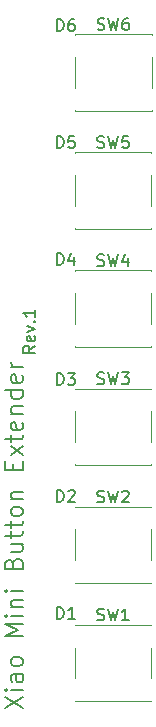
<source format=gto>
G04 #@! TF.GenerationSoftware,KiCad,Pcbnew,5.1.9+dfsg1-1*
G04 #@! TF.CreationDate,2022-11-10T16:00:35+09:00*
G04 #@! TF.ProjectId,esp32-button,65737033-322d-4627-9574-746f6e2e6b69,rev?*
G04 #@! TF.SameCoordinates,Original*
G04 #@! TF.FileFunction,Legend,Top*
G04 #@! TF.FilePolarity,Positive*
%FSLAX46Y46*%
G04 Gerber Fmt 4.6, Leading zero omitted, Abs format (unit mm)*
G04 Created by KiCad (PCBNEW 5.1.9+dfsg1-1) date 2022-11-10 16:00:35*
%MOMM*%
%LPD*%
G01*
G04 APERTURE LIST*
%ADD10C,0.150000*%
%ADD11C,0.200000*%
%ADD12C,0.120000*%
%ADD13R,1.550000X1.300000*%
G04 APERTURE END LIST*
D10*
X137358380Y-92908285D02*
X136882190Y-93241619D01*
X137358380Y-93479714D02*
X136358380Y-93479714D01*
X136358380Y-93098761D01*
X136406000Y-93003523D01*
X136453619Y-92955904D01*
X136548857Y-92908285D01*
X136691714Y-92908285D01*
X136786952Y-92955904D01*
X136834571Y-93003523D01*
X136882190Y-93098761D01*
X136882190Y-93479714D01*
X137310761Y-92098761D02*
X137358380Y-92194000D01*
X137358380Y-92384476D01*
X137310761Y-92479714D01*
X137215523Y-92527333D01*
X136834571Y-92527333D01*
X136739333Y-92479714D01*
X136691714Y-92384476D01*
X136691714Y-92194000D01*
X136739333Y-92098761D01*
X136834571Y-92051142D01*
X136929809Y-92051142D01*
X137025047Y-92527333D01*
X136691714Y-91717809D02*
X137358380Y-91479714D01*
X136691714Y-91241619D01*
X137263142Y-90860666D02*
X137310761Y-90813047D01*
X137358380Y-90860666D01*
X137310761Y-90908285D01*
X137263142Y-90860666D01*
X137358380Y-90860666D01*
X137358380Y-89860666D02*
X137358380Y-90432095D01*
X137358380Y-90146380D02*
X136358380Y-90146380D01*
X136501238Y-90241619D01*
X136596476Y-90336857D01*
X136644095Y-90432095D01*
D11*
X134814571Y-123608857D02*
X136314571Y-122608857D01*
X134814571Y-122608857D02*
X136314571Y-123608857D01*
X136314571Y-122037428D02*
X135314571Y-122037428D01*
X134814571Y-122037428D02*
X134886000Y-122108857D01*
X134957428Y-122037428D01*
X134886000Y-121966000D01*
X134814571Y-122037428D01*
X134957428Y-122037428D01*
X136314571Y-120680285D02*
X135528857Y-120680285D01*
X135386000Y-120751714D01*
X135314571Y-120894571D01*
X135314571Y-121180285D01*
X135386000Y-121323142D01*
X136243142Y-120680285D02*
X136314571Y-120823142D01*
X136314571Y-121180285D01*
X136243142Y-121323142D01*
X136100285Y-121394571D01*
X135957428Y-121394571D01*
X135814571Y-121323142D01*
X135743142Y-121180285D01*
X135743142Y-120823142D01*
X135671714Y-120680285D01*
X136314571Y-119751714D02*
X136243142Y-119894571D01*
X136171714Y-119966000D01*
X136028857Y-120037428D01*
X135600285Y-120037428D01*
X135457428Y-119966000D01*
X135386000Y-119894571D01*
X135314571Y-119751714D01*
X135314571Y-119537428D01*
X135386000Y-119394571D01*
X135457428Y-119323142D01*
X135600285Y-119251714D01*
X136028857Y-119251714D01*
X136171714Y-119323142D01*
X136243142Y-119394571D01*
X136314571Y-119537428D01*
X136314571Y-119751714D01*
X136314571Y-117466000D02*
X134814571Y-117466000D01*
X135886000Y-116966000D01*
X134814571Y-116466000D01*
X136314571Y-116466000D01*
X136314571Y-115751714D02*
X135314571Y-115751714D01*
X134814571Y-115751714D02*
X134886000Y-115823142D01*
X134957428Y-115751714D01*
X134886000Y-115680285D01*
X134814571Y-115751714D01*
X134957428Y-115751714D01*
X135314571Y-115037428D02*
X136314571Y-115037428D01*
X135457428Y-115037428D02*
X135386000Y-114966000D01*
X135314571Y-114823142D01*
X135314571Y-114608857D01*
X135386000Y-114466000D01*
X135528857Y-114394571D01*
X136314571Y-114394571D01*
X136314571Y-113680285D02*
X135314571Y-113680285D01*
X134814571Y-113680285D02*
X134886000Y-113751714D01*
X134957428Y-113680285D01*
X134886000Y-113608857D01*
X134814571Y-113680285D01*
X134957428Y-113680285D01*
X135528857Y-111323142D02*
X135600285Y-111108857D01*
X135671714Y-111037428D01*
X135814571Y-110966000D01*
X136028857Y-110966000D01*
X136171714Y-111037428D01*
X136243142Y-111108857D01*
X136314571Y-111251714D01*
X136314571Y-111823142D01*
X134814571Y-111823142D01*
X134814571Y-111323142D01*
X134886000Y-111180285D01*
X134957428Y-111108857D01*
X135100285Y-111037428D01*
X135243142Y-111037428D01*
X135386000Y-111108857D01*
X135457428Y-111180285D01*
X135528857Y-111323142D01*
X135528857Y-111823142D01*
X135314571Y-109680285D02*
X136314571Y-109680285D01*
X135314571Y-110323142D02*
X136100285Y-110323142D01*
X136243142Y-110251714D01*
X136314571Y-110108857D01*
X136314571Y-109894571D01*
X136243142Y-109751714D01*
X136171714Y-109680285D01*
X135314571Y-109180285D02*
X135314571Y-108608857D01*
X134814571Y-108966000D02*
X136100285Y-108966000D01*
X136243142Y-108894571D01*
X136314571Y-108751714D01*
X136314571Y-108608857D01*
X135314571Y-108323142D02*
X135314571Y-107751714D01*
X134814571Y-108108857D02*
X136100285Y-108108857D01*
X136243142Y-108037428D01*
X136314571Y-107894571D01*
X136314571Y-107751714D01*
X136314571Y-107037428D02*
X136243142Y-107180285D01*
X136171714Y-107251714D01*
X136028857Y-107323142D01*
X135600285Y-107323142D01*
X135457428Y-107251714D01*
X135386000Y-107180285D01*
X135314571Y-107037428D01*
X135314571Y-106823142D01*
X135386000Y-106680285D01*
X135457428Y-106608857D01*
X135600285Y-106537428D01*
X136028857Y-106537428D01*
X136171714Y-106608857D01*
X136243142Y-106680285D01*
X136314571Y-106823142D01*
X136314571Y-107037428D01*
X135314571Y-105894571D02*
X136314571Y-105894571D01*
X135457428Y-105894571D02*
X135386000Y-105823142D01*
X135314571Y-105680285D01*
X135314571Y-105466000D01*
X135386000Y-105323142D01*
X135528857Y-105251714D01*
X136314571Y-105251714D01*
X135528857Y-103394571D02*
X135528857Y-102894571D01*
X136314571Y-102680285D02*
X136314571Y-103394571D01*
X134814571Y-103394571D01*
X134814571Y-102680285D01*
X136314571Y-102180285D02*
X135314571Y-101394571D01*
X135314571Y-102180285D02*
X136314571Y-101394571D01*
X135314571Y-101037428D02*
X135314571Y-100466000D01*
X134814571Y-100823142D02*
X136100285Y-100823142D01*
X136243142Y-100751714D01*
X136314571Y-100608857D01*
X136314571Y-100466000D01*
X136243142Y-99394571D02*
X136314571Y-99537428D01*
X136314571Y-99823142D01*
X136243142Y-99966000D01*
X136100285Y-100037428D01*
X135528857Y-100037428D01*
X135386000Y-99966000D01*
X135314571Y-99823142D01*
X135314571Y-99537428D01*
X135386000Y-99394571D01*
X135528857Y-99323142D01*
X135671714Y-99323142D01*
X135814571Y-100037428D01*
X135314571Y-98680285D02*
X136314571Y-98680285D01*
X135457428Y-98680285D02*
X135386000Y-98608857D01*
X135314571Y-98466000D01*
X135314571Y-98251714D01*
X135386000Y-98108857D01*
X135528857Y-98037428D01*
X136314571Y-98037428D01*
X136314571Y-96680285D02*
X134814571Y-96680285D01*
X136243142Y-96680285D02*
X136314571Y-96823142D01*
X136314571Y-97108857D01*
X136243142Y-97251714D01*
X136171714Y-97323142D01*
X136028857Y-97394571D01*
X135600285Y-97394571D01*
X135457428Y-97323142D01*
X135386000Y-97251714D01*
X135314571Y-97108857D01*
X135314571Y-96823142D01*
X135386000Y-96680285D01*
X136243142Y-95394571D02*
X136314571Y-95537428D01*
X136314571Y-95823142D01*
X136243142Y-95966000D01*
X136100285Y-96037428D01*
X135528857Y-96037428D01*
X135386000Y-95966000D01*
X135314571Y-95823142D01*
X135314571Y-95537428D01*
X135386000Y-95394571D01*
X135528857Y-95323142D01*
X135671714Y-95323142D01*
X135814571Y-96037428D01*
X136314571Y-94680285D02*
X135314571Y-94680285D01*
X135600285Y-94680285D02*
X135457428Y-94608857D01*
X135386000Y-94537428D01*
X135314571Y-94394571D01*
X135314571Y-94251714D01*
D10*
X139215904Y-66238380D02*
X139215904Y-65238380D01*
X139454000Y-65238380D01*
X139596857Y-65286000D01*
X139692095Y-65381238D01*
X139739714Y-65476476D01*
X139787333Y-65666952D01*
X139787333Y-65809809D01*
X139739714Y-66000285D01*
X139692095Y-66095523D01*
X139596857Y-66190761D01*
X139454000Y-66238380D01*
X139215904Y-66238380D01*
X140644476Y-65238380D02*
X140454000Y-65238380D01*
X140358761Y-65286000D01*
X140311142Y-65333619D01*
X140215904Y-65476476D01*
X140168285Y-65666952D01*
X140168285Y-66047904D01*
X140215904Y-66143142D01*
X140263523Y-66190761D01*
X140358761Y-66238380D01*
X140549238Y-66238380D01*
X140644476Y-66190761D01*
X140692095Y-66143142D01*
X140739714Y-66047904D01*
X140739714Y-65809809D01*
X140692095Y-65714571D01*
X140644476Y-65666952D01*
X140549238Y-65619333D01*
X140358761Y-65619333D01*
X140263523Y-65666952D01*
X140215904Y-65714571D01*
X140168285Y-65809809D01*
X139215904Y-76144380D02*
X139215904Y-75144380D01*
X139454000Y-75144380D01*
X139596857Y-75192000D01*
X139692095Y-75287238D01*
X139739714Y-75382476D01*
X139787333Y-75572952D01*
X139787333Y-75715809D01*
X139739714Y-75906285D01*
X139692095Y-76001523D01*
X139596857Y-76096761D01*
X139454000Y-76144380D01*
X139215904Y-76144380D01*
X140692095Y-75144380D02*
X140215904Y-75144380D01*
X140168285Y-75620571D01*
X140215904Y-75572952D01*
X140311142Y-75525333D01*
X140549238Y-75525333D01*
X140644476Y-75572952D01*
X140692095Y-75620571D01*
X140739714Y-75715809D01*
X140739714Y-75953904D01*
X140692095Y-76049142D01*
X140644476Y-76096761D01*
X140549238Y-76144380D01*
X140311142Y-76144380D01*
X140215904Y-76096761D01*
X140168285Y-76049142D01*
X139215904Y-86050380D02*
X139215904Y-85050380D01*
X139454000Y-85050380D01*
X139596857Y-85098000D01*
X139692095Y-85193238D01*
X139739714Y-85288476D01*
X139787333Y-85478952D01*
X139787333Y-85621809D01*
X139739714Y-85812285D01*
X139692095Y-85907523D01*
X139596857Y-86002761D01*
X139454000Y-86050380D01*
X139215904Y-86050380D01*
X140644476Y-85383714D02*
X140644476Y-86050380D01*
X140406380Y-85002761D02*
X140168285Y-85717047D01*
X140787333Y-85717047D01*
X139215904Y-96210380D02*
X139215904Y-95210380D01*
X139454000Y-95210380D01*
X139596857Y-95258000D01*
X139692095Y-95353238D01*
X139739714Y-95448476D01*
X139787333Y-95638952D01*
X139787333Y-95781809D01*
X139739714Y-95972285D01*
X139692095Y-96067523D01*
X139596857Y-96162761D01*
X139454000Y-96210380D01*
X139215904Y-96210380D01*
X140120666Y-95210380D02*
X140739714Y-95210380D01*
X140406380Y-95591333D01*
X140549238Y-95591333D01*
X140644476Y-95638952D01*
X140692095Y-95686571D01*
X140739714Y-95781809D01*
X140739714Y-96019904D01*
X140692095Y-96115142D01*
X140644476Y-96162761D01*
X140549238Y-96210380D01*
X140263523Y-96210380D01*
X140168285Y-96162761D01*
X140120666Y-96115142D01*
X139215904Y-106116380D02*
X139215904Y-105116380D01*
X139454000Y-105116380D01*
X139596857Y-105164000D01*
X139692095Y-105259238D01*
X139739714Y-105354476D01*
X139787333Y-105544952D01*
X139787333Y-105687809D01*
X139739714Y-105878285D01*
X139692095Y-105973523D01*
X139596857Y-106068761D01*
X139454000Y-106116380D01*
X139215904Y-106116380D01*
X140168285Y-105211619D02*
X140215904Y-105164000D01*
X140311142Y-105116380D01*
X140549238Y-105116380D01*
X140644476Y-105164000D01*
X140692095Y-105211619D01*
X140739714Y-105306857D01*
X140739714Y-105402095D01*
X140692095Y-105544952D01*
X140120666Y-106116380D01*
X140739714Y-106116380D01*
X139215904Y-116022380D02*
X139215904Y-115022380D01*
X139454000Y-115022380D01*
X139596857Y-115070000D01*
X139692095Y-115165238D01*
X139739714Y-115260476D01*
X139787333Y-115450952D01*
X139787333Y-115593809D01*
X139739714Y-115784285D01*
X139692095Y-115879523D01*
X139596857Y-115974761D01*
X139454000Y-116022380D01*
X139215904Y-116022380D01*
X140739714Y-116022380D02*
X140168285Y-116022380D01*
X140454000Y-116022380D02*
X140454000Y-115022380D01*
X140358761Y-115165238D01*
X140263523Y-115260476D01*
X140168285Y-115308095D01*
D12*
X140745000Y-122980000D02*
X147205000Y-122980000D01*
X140745000Y-118450000D02*
X140745000Y-121050000D01*
X140745000Y-116520000D02*
X147205000Y-116520000D01*
X147205000Y-118450000D02*
X147205000Y-121050000D01*
X140745000Y-116550000D02*
X140745000Y-116520000D01*
X140745000Y-122980000D02*
X140745000Y-122950000D01*
X147205000Y-122980000D02*
X147205000Y-122950000D01*
X147205000Y-116520000D02*
X147205000Y-116550000D01*
X147205000Y-106520000D02*
X147205000Y-106550000D01*
X147205000Y-112980000D02*
X147205000Y-112950000D01*
X140745000Y-112980000D02*
X140745000Y-112950000D01*
X140745000Y-106550000D02*
X140745000Y-106520000D01*
X147205000Y-108450000D02*
X147205000Y-111050000D01*
X140745000Y-106520000D02*
X147205000Y-106520000D01*
X140745000Y-108450000D02*
X140745000Y-111050000D01*
X140745000Y-112980000D02*
X147205000Y-112980000D01*
X147205000Y-96520000D02*
X147205000Y-96550000D01*
X147205000Y-102980000D02*
X147205000Y-102950000D01*
X140745000Y-102980000D02*
X140745000Y-102950000D01*
X140745000Y-96550000D02*
X140745000Y-96520000D01*
X147205000Y-98450000D02*
X147205000Y-101050000D01*
X140745000Y-96520000D02*
X147205000Y-96520000D01*
X140745000Y-98450000D02*
X140745000Y-101050000D01*
X140745000Y-102980000D02*
X147205000Y-102980000D01*
X140745000Y-92980000D02*
X147205000Y-92980000D01*
X140745000Y-88450000D02*
X140745000Y-91050000D01*
X140745000Y-86520000D02*
X147205000Y-86520000D01*
X147205000Y-88450000D02*
X147205000Y-91050000D01*
X140745000Y-86550000D02*
X140745000Y-86520000D01*
X140745000Y-92980000D02*
X140745000Y-92950000D01*
X147205000Y-92980000D02*
X147205000Y-92950000D01*
X147205000Y-86520000D02*
X147205000Y-86550000D01*
X147205000Y-76520000D02*
X147205000Y-76550000D01*
X147205000Y-82980000D02*
X147205000Y-82950000D01*
X140745000Y-82980000D02*
X140745000Y-82950000D01*
X140745000Y-76550000D02*
X140745000Y-76520000D01*
X147205000Y-78450000D02*
X147205000Y-81050000D01*
X140745000Y-76520000D02*
X147205000Y-76520000D01*
X140745000Y-78450000D02*
X140745000Y-81050000D01*
X140745000Y-82980000D02*
X147205000Y-82980000D01*
X140770000Y-72980000D02*
X147230000Y-72980000D01*
X140770000Y-68450000D02*
X140770000Y-71050000D01*
X140770000Y-66520000D02*
X147230000Y-66520000D01*
X147230000Y-68450000D02*
X147230000Y-71050000D01*
X140770000Y-66550000D02*
X140770000Y-66520000D01*
X140770000Y-72980000D02*
X140770000Y-72950000D01*
X147230000Y-72980000D02*
X147230000Y-72950000D01*
X147230000Y-66520000D02*
X147230000Y-66550000D01*
D10*
X142641666Y-116104761D02*
X142784523Y-116152380D01*
X143022619Y-116152380D01*
X143117857Y-116104761D01*
X143165476Y-116057142D01*
X143213095Y-115961904D01*
X143213095Y-115866666D01*
X143165476Y-115771428D01*
X143117857Y-115723809D01*
X143022619Y-115676190D01*
X142832142Y-115628571D01*
X142736904Y-115580952D01*
X142689285Y-115533333D01*
X142641666Y-115438095D01*
X142641666Y-115342857D01*
X142689285Y-115247619D01*
X142736904Y-115200000D01*
X142832142Y-115152380D01*
X143070238Y-115152380D01*
X143213095Y-115200000D01*
X143546428Y-115152380D02*
X143784523Y-116152380D01*
X143975000Y-115438095D01*
X144165476Y-116152380D01*
X144403571Y-115152380D01*
X145308333Y-116152380D02*
X144736904Y-116152380D01*
X145022619Y-116152380D02*
X145022619Y-115152380D01*
X144927380Y-115295238D01*
X144832142Y-115390476D01*
X144736904Y-115438095D01*
X142641666Y-106104761D02*
X142784523Y-106152380D01*
X143022619Y-106152380D01*
X143117857Y-106104761D01*
X143165476Y-106057142D01*
X143213095Y-105961904D01*
X143213095Y-105866666D01*
X143165476Y-105771428D01*
X143117857Y-105723809D01*
X143022619Y-105676190D01*
X142832142Y-105628571D01*
X142736904Y-105580952D01*
X142689285Y-105533333D01*
X142641666Y-105438095D01*
X142641666Y-105342857D01*
X142689285Y-105247619D01*
X142736904Y-105200000D01*
X142832142Y-105152380D01*
X143070238Y-105152380D01*
X143213095Y-105200000D01*
X143546428Y-105152380D02*
X143784523Y-106152380D01*
X143975000Y-105438095D01*
X144165476Y-106152380D01*
X144403571Y-105152380D01*
X144736904Y-105247619D02*
X144784523Y-105200000D01*
X144879761Y-105152380D01*
X145117857Y-105152380D01*
X145213095Y-105200000D01*
X145260714Y-105247619D01*
X145308333Y-105342857D01*
X145308333Y-105438095D01*
X145260714Y-105580952D01*
X144689285Y-106152380D01*
X145308333Y-106152380D01*
X142641666Y-96104761D02*
X142784523Y-96152380D01*
X143022619Y-96152380D01*
X143117857Y-96104761D01*
X143165476Y-96057142D01*
X143213095Y-95961904D01*
X143213095Y-95866666D01*
X143165476Y-95771428D01*
X143117857Y-95723809D01*
X143022619Y-95676190D01*
X142832142Y-95628571D01*
X142736904Y-95580952D01*
X142689285Y-95533333D01*
X142641666Y-95438095D01*
X142641666Y-95342857D01*
X142689285Y-95247619D01*
X142736904Y-95200000D01*
X142832142Y-95152380D01*
X143070238Y-95152380D01*
X143213095Y-95200000D01*
X143546428Y-95152380D02*
X143784523Y-96152380D01*
X143975000Y-95438095D01*
X144165476Y-96152380D01*
X144403571Y-95152380D01*
X144689285Y-95152380D02*
X145308333Y-95152380D01*
X144975000Y-95533333D01*
X145117857Y-95533333D01*
X145213095Y-95580952D01*
X145260714Y-95628571D01*
X145308333Y-95723809D01*
X145308333Y-95961904D01*
X145260714Y-96057142D01*
X145213095Y-96104761D01*
X145117857Y-96152380D01*
X144832142Y-96152380D01*
X144736904Y-96104761D01*
X144689285Y-96057142D01*
X142641666Y-86104761D02*
X142784523Y-86152380D01*
X143022619Y-86152380D01*
X143117857Y-86104761D01*
X143165476Y-86057142D01*
X143213095Y-85961904D01*
X143213095Y-85866666D01*
X143165476Y-85771428D01*
X143117857Y-85723809D01*
X143022619Y-85676190D01*
X142832142Y-85628571D01*
X142736904Y-85580952D01*
X142689285Y-85533333D01*
X142641666Y-85438095D01*
X142641666Y-85342857D01*
X142689285Y-85247619D01*
X142736904Y-85200000D01*
X142832142Y-85152380D01*
X143070238Y-85152380D01*
X143213095Y-85200000D01*
X143546428Y-85152380D02*
X143784523Y-86152380D01*
X143975000Y-85438095D01*
X144165476Y-86152380D01*
X144403571Y-85152380D01*
X145213095Y-85485714D02*
X145213095Y-86152380D01*
X144975000Y-85104761D02*
X144736904Y-85819047D01*
X145355952Y-85819047D01*
X142641666Y-76104761D02*
X142784523Y-76152380D01*
X143022619Y-76152380D01*
X143117857Y-76104761D01*
X143165476Y-76057142D01*
X143213095Y-75961904D01*
X143213095Y-75866666D01*
X143165476Y-75771428D01*
X143117857Y-75723809D01*
X143022619Y-75676190D01*
X142832142Y-75628571D01*
X142736904Y-75580952D01*
X142689285Y-75533333D01*
X142641666Y-75438095D01*
X142641666Y-75342857D01*
X142689285Y-75247619D01*
X142736904Y-75200000D01*
X142832142Y-75152380D01*
X143070238Y-75152380D01*
X143213095Y-75200000D01*
X143546428Y-75152380D02*
X143784523Y-76152380D01*
X143975000Y-75438095D01*
X144165476Y-76152380D01*
X144403571Y-75152380D01*
X145260714Y-75152380D02*
X144784523Y-75152380D01*
X144736904Y-75628571D01*
X144784523Y-75580952D01*
X144879761Y-75533333D01*
X145117857Y-75533333D01*
X145213095Y-75580952D01*
X145260714Y-75628571D01*
X145308333Y-75723809D01*
X145308333Y-75961904D01*
X145260714Y-76057142D01*
X145213095Y-76104761D01*
X145117857Y-76152380D01*
X144879761Y-76152380D01*
X144784523Y-76104761D01*
X144736904Y-76057142D01*
X142666666Y-66104761D02*
X142809523Y-66152380D01*
X143047619Y-66152380D01*
X143142857Y-66104761D01*
X143190476Y-66057142D01*
X143238095Y-65961904D01*
X143238095Y-65866666D01*
X143190476Y-65771428D01*
X143142857Y-65723809D01*
X143047619Y-65676190D01*
X142857142Y-65628571D01*
X142761904Y-65580952D01*
X142714285Y-65533333D01*
X142666666Y-65438095D01*
X142666666Y-65342857D01*
X142714285Y-65247619D01*
X142761904Y-65200000D01*
X142857142Y-65152380D01*
X143095238Y-65152380D01*
X143238095Y-65200000D01*
X143571428Y-65152380D02*
X143809523Y-66152380D01*
X144000000Y-65438095D01*
X144190476Y-66152380D01*
X144428571Y-65152380D01*
X145238095Y-65152380D02*
X145047619Y-65152380D01*
X144952380Y-65200000D01*
X144904761Y-65247619D01*
X144809523Y-65390476D01*
X144761904Y-65580952D01*
X144761904Y-65961904D01*
X144809523Y-66057142D01*
X144857142Y-66104761D01*
X144952380Y-66152380D01*
X145142857Y-66152380D01*
X145238095Y-66104761D01*
X145285714Y-66057142D01*
X145333333Y-65961904D01*
X145333333Y-65723809D01*
X145285714Y-65628571D01*
X145238095Y-65580952D01*
X145142857Y-65533333D01*
X144952380Y-65533333D01*
X144857142Y-65580952D01*
X144809523Y-65628571D01*
X144761904Y-65723809D01*
%LPC*%
D13*
X147950000Y-122000000D03*
X147950000Y-117500000D03*
X140000000Y-117500000D03*
X140000000Y-122000000D03*
X140000000Y-112000000D03*
X140000000Y-107500000D03*
X147950000Y-107500000D03*
X147950000Y-112000000D03*
X140000000Y-102000000D03*
X140000000Y-97500000D03*
X147950000Y-97500000D03*
X147950000Y-102000000D03*
X147950000Y-92000000D03*
X147950000Y-87500000D03*
X140000000Y-87500000D03*
X140000000Y-92000000D03*
X140000000Y-82000000D03*
X140000000Y-77500000D03*
X147950000Y-77500000D03*
X147950000Y-82000000D03*
X147975000Y-72000000D03*
X147975000Y-67500000D03*
X140025000Y-67500000D03*
X140025000Y-72000000D03*
M02*

</source>
